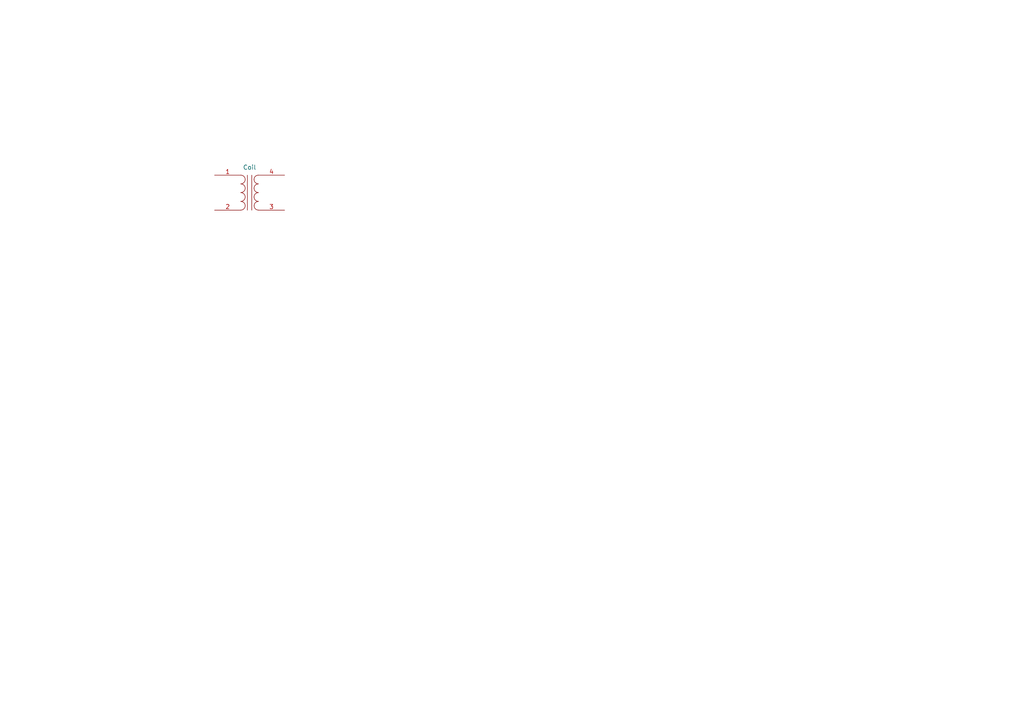
<source format=kicad_sch>
(kicad_sch (version 20250114) (generator "eeschema") (generator_version "9.0")
  (paper "A4")
  (title_block (title "Sinclair ZX Spectrum Coil") (date "2025-11-04") (rev "1.0"))
  (lib_symbols
    (symbol "Device:Transformer_1P_1S" (pin_names (offset 1.016) (hide yes))
      (property "Reference" "T" (at 0 6.35 0))
      (property "Value" "Transformer_1P_1S" (at 0 -7.62 0))
      (symbol "Transformer_1P_1S_0_1"
        (arc (start -1.27 3.81) (mid -1.656 2.9336) (end -2.54 2.5654))
        (arc (start -1.27 1.27) (mid -1.656 0.3936) (end -2.54 0.0254))
        (arc (start -1.27 -1.27) (mid -1.656 -2.1464) (end -2.54 -2.5146))
        (arc (start -1.27 -3.81) (mid -1.656 -4.6864) (end -2.54 -5.0546))
        (arc (start -2.54 5.08) (mid -1.642 4.708) (end -1.27 3.81))
        (arc (start -2.54 2.54) (mid -1.642 2.168) (end -1.27 1.27))
        (arc (start -2.54 0) (mid -1.642 -0.372) (end -1.27 -1.27))
        (arc (start -2.54 -2.54) (mid -1.642 -2.912) (end -1.27 -3.81))
        (polyline (pts (xy -0.635 5.08) (xy -0.635 -5.08)))
        (polyline (pts (xy 0.635 -5.08) (xy 0.635 5.08)))
        (arc (start 1.2954 3.81) (mid 1.6457 4.7117) (end 2.54 5.08))
        (arc (start 1.2954 1.27) (mid 1.6457 2.1717) (end 2.54 2.54))
        (arc (start 1.2954 -1.27) (mid 1.6457 -0.3683) (end 2.54 0))
        (arc (start 2.54 2.5654) (mid 1.6599 2.9299) (end 1.2954 3.81))
        (arc (start 2.54 0.0254) (mid 1.6599 0.3899) (end 1.2954 1.27))
        (arc (start 2.54 -2.5146) (mid 1.6599 -2.1501) (end 1.2954 -1.27))
        (arc (start 1.3208 -3.81) (mid 1.6711 -2.9085) (end 2.5654 -2.54))
        (arc (start 2.5654 -5.0546) (mid 1.6851 -4.6902) (end 1.3208 -3.81))
      )
      (symbol "Transformer_1P_1S_1_1"
        (pin passive line (at -10.16 5.08 0) (length 7.62) (name "AA") (number "1"))
        (pin passive line (at -10.16 -5.08 0) (length 7.62) (name "AB") (number "2"))
        (pin passive line (at 10.16 5.08 180) (length 7.62) (name "SB") (number "4"))
        (pin passive line (at 10.16 -5.08 180) (length 7.62) (name "SA") (number "3"))
      )
    )
  )
  (symbol (lib_id "Device:Transformer_1P_1S") (at 72.39 55.88 0) (unit 1)
    (property "Reference" "T1" (effects (hide yes)))
    (property "Value" "Coil" (at 72.39 48.5394 0))
    (property "Footprint" "ZXSpectrum:Choke" (effects (hide yes)))
  )
)
</source>
